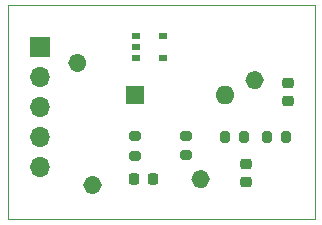
<source format=gbr>
%TF.GenerationSoftware,KiCad,Pcbnew,9.0.2*%
%TF.CreationDate,2025-07-15T11:24:56-07:00*%
%TF.ProjectId,PeakDetector_Breakout,5065616b-4465-4746-9563-746f725f4272,rev?*%
%TF.SameCoordinates,Original*%
%TF.FileFunction,Soldermask,Top*%
%TF.FilePolarity,Negative*%
%FSLAX46Y46*%
G04 Gerber Fmt 4.6, Leading zero omitted, Abs format (unit mm)*
G04 Created by KiCad (PCBNEW 9.0.2) date 2025-07-15 11:24:56*
%MOMM*%
%LPD*%
G01*
G04 APERTURE LIST*
G04 Aperture macros list*
%AMRoundRect*
0 Rectangle with rounded corners*
0 $1 Rounding radius*
0 $2 $3 $4 $5 $6 $7 $8 $9 X,Y pos of 4 corners*
0 Add a 4 corners polygon primitive as box body*
4,1,4,$2,$3,$4,$5,$6,$7,$8,$9,$2,$3,0*
0 Add four circle primitives for the rounded corners*
1,1,$1+$1,$2,$3*
1,1,$1+$1,$4,$5*
1,1,$1+$1,$6,$7*
1,1,$1+$1,$8,$9*
0 Add four rect primitives between the rounded corners*
20,1,$1+$1,$2,$3,$4,$5,0*
20,1,$1+$1,$4,$5,$6,$7,0*
20,1,$1+$1,$6,$7,$8,$9,0*
20,1,$1+$1,$8,$9,$2,$3,0*%
G04 Aperture macros list end*
%ADD10C,0.800000*%
%ADD11R,0.700000X0.510000*%
%ADD12RoundRect,0.225000X-0.225000X-0.250000X0.225000X-0.250000X0.225000X0.250000X-0.225000X0.250000X0*%
%ADD13RoundRect,0.200000X-0.275000X0.200000X-0.275000X-0.200000X0.275000X-0.200000X0.275000X0.200000X0*%
%ADD14RoundRect,0.200000X-0.200000X-0.275000X0.200000X-0.275000X0.200000X0.275000X-0.200000X0.275000X0*%
%ADD15RoundRect,0.225000X-0.250000X0.225000X-0.250000X-0.225000X0.250000X-0.225000X0.250000X0.225000X0*%
%ADD16RoundRect,0.225000X0.250000X-0.225000X0.250000X0.225000X-0.250000X0.225000X-0.250000X-0.225000X0*%
%ADD17R,1.600000X1.600000*%
%ADD18O,1.600000X1.600000*%
%ADD19R,1.700000X1.700000*%
%ADD20O,1.700000X1.700000*%
%TA.AperFunction,Profile*%
%ADD21C,0.050000*%
%TD*%
G04 APERTURE END LIST*
D10*
X136270953Y-90754146D02*
G75*
G02*
X135470953Y-90754146I-400000J0D01*
G01*
X135470953Y-90754146D02*
G75*
G02*
X136270953Y-90754146I400000J0D01*
G01*
X151274131Y-92211197D02*
G75*
G02*
X150474131Y-92211197I-400000J0D01*
G01*
X150474131Y-92211197D02*
G75*
G02*
X151274131Y-92211197I400000J0D01*
G01*
X137557963Y-101091969D02*
G75*
G02*
X136757963Y-101091969I-400000J0D01*
G01*
X136757963Y-101091969D02*
G75*
G02*
X137557963Y-101091969I400000J0D01*
G01*
X146701197Y-100593412D02*
G75*
G02*
X145901197Y-100593412I-400000J0D01*
G01*
X145901197Y-100593412D02*
G75*
G02*
X146701197Y-100593412I400000J0D01*
G01*
X136274427Y-90747019D02*
G75*
G02*
X135474427Y-90747019I-400000J0D01*
G01*
X135474427Y-90747019D02*
G75*
G02*
X136274427Y-90747019I400000J0D01*
G01*
D11*
%TO.C,U1*%
X140826000Y-88458000D03*
X140826000Y-89408000D03*
X140826000Y-90358000D03*
X143146000Y-90358000D03*
X143146000Y-88458000D03*
%TD*%
D12*
%TO.C,C1*%
X140690000Y-100584000D03*
X142240000Y-100584000D03*
%TD*%
D13*
%TO.C,R2*%
X145034000Y-96902000D03*
X145034000Y-98552000D03*
%TD*%
D14*
%TO.C,R4*%
X151892000Y-97028000D03*
X153542000Y-97028000D03*
%TD*%
D15*
%TO.C,C2*%
X150114000Y-99314000D03*
X150114000Y-100864000D03*
%TD*%
D14*
%TO.C,R3*%
X148336000Y-97028000D03*
X149986000Y-97028000D03*
%TD*%
D13*
%TO.C,R1*%
X140716000Y-96965000D03*
X140716000Y-98615000D03*
%TD*%
D16*
%TO.C,C3*%
X153670000Y-93980000D03*
X153670000Y-92430000D03*
%TD*%
D17*
%TO.C,D1*%
X140716000Y-93472000D03*
D18*
X148336000Y-93472000D03*
%TD*%
D19*
%TO.C,J2*%
X132752000Y-89408000D03*
D20*
X132752000Y-91948000D03*
X132752000Y-94488000D03*
X132752000Y-97028000D03*
X132752000Y-99568000D03*
%TD*%
D21*
X130000000Y-85852000D02*
X155956000Y-85852000D01*
X155956000Y-103992000D01*
X130000000Y-103992000D01*
X130000000Y-85852000D01*
M02*

</source>
